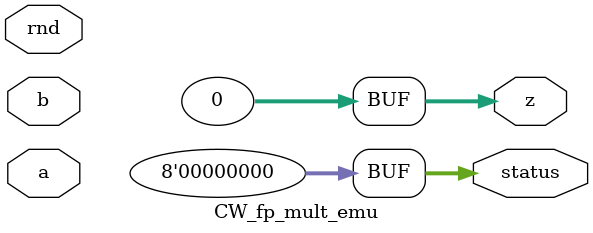
<source format=sv>
module CW_fp_mult_emu (a, b, rnd, status, z);

parameter sig_width = 23;
parameter exp_width = 8;
parameter ieee_compliance = 1;

input [sig_width+exp_width:0] a,b;
input [2:0] rnd;
output [7:0] status;
output [sig_width+exp_width:0] z;

assign status = 0;
assign z = 0;

endmodule

</source>
